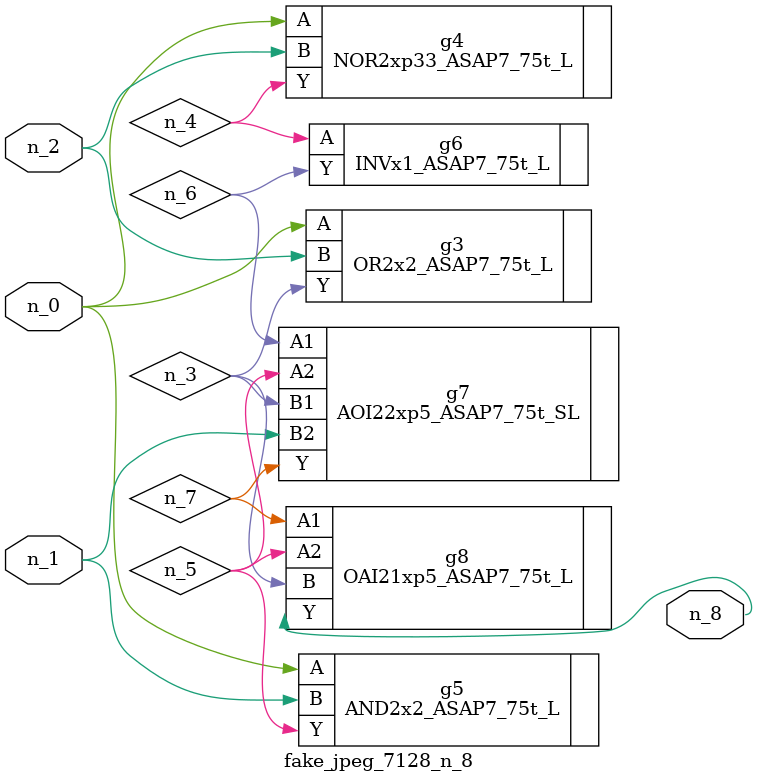
<source format=v>
module fake_jpeg_7128_n_8 (n_0, n_2, n_1, n_8);

input n_0;
input n_2;
input n_1;

output n_8;

wire n_3;
wire n_4;
wire n_6;
wire n_5;
wire n_7;

OR2x2_ASAP7_75t_L g3 ( 
.A(n_0),
.B(n_2),
.Y(n_3)
);

NOR2xp33_ASAP7_75t_L g4 ( 
.A(n_0),
.B(n_2),
.Y(n_4)
);

AND2x2_ASAP7_75t_L g5 ( 
.A(n_0),
.B(n_1),
.Y(n_5)
);

INVx1_ASAP7_75t_L g6 ( 
.A(n_4),
.Y(n_6)
);

AOI22xp5_ASAP7_75t_SL g7 ( 
.A1(n_6),
.A2(n_5),
.B1(n_3),
.B2(n_1),
.Y(n_7)
);

OAI21xp5_ASAP7_75t_L g8 ( 
.A1(n_7),
.A2(n_5),
.B(n_3),
.Y(n_8)
);


endmodule
</source>
